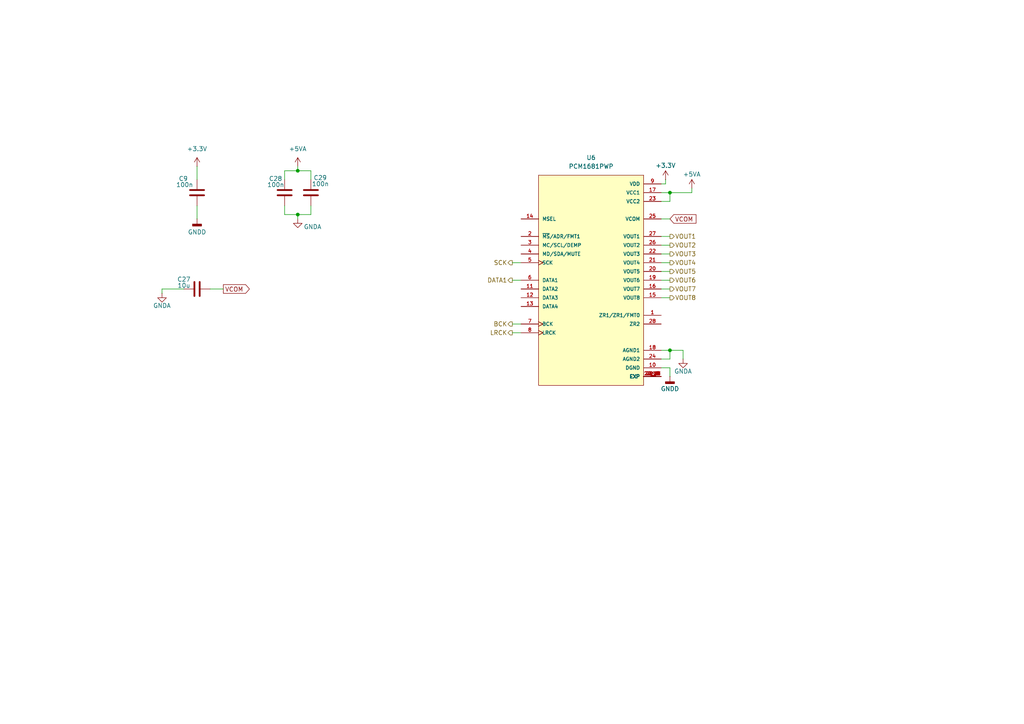
<source format=kicad_sch>
(kicad_sch
	(version 20250114)
	(generator "eeschema")
	(generator_version "9.0")
	(uuid "36c9cadd-c5b1-4d20-8318-386ea53647fa")
	(paper "A4")
	(title_block
		(title "SP")
		(rev "v1")
		(company "Jakub Raimr")
	)
	(lib_symbols
		(symbol "Device:C"
			(pin_numbers
				(hide yes)
			)
			(pin_names
				(offset 0.254)
			)
			(exclude_from_sim no)
			(in_bom yes)
			(on_board yes)
			(property "Reference" "C"
				(at 0.635 2.54 0)
				(effects
					(font
						(size 1.27 1.27)
					)
					(justify left)
				)
			)
			(property "Value" "C"
				(at 0.635 -2.54 0)
				(effects
					(font
						(size 1.27 1.27)
					)
					(justify left)
				)
			)
			(property "Footprint" ""
				(at 0.9652 -3.81 0)
				(effects
					(font
						(size 1.27 1.27)
					)
					(hide yes)
				)
			)
			(property "Datasheet" "~"
				(at 0 0 0)
				(effects
					(font
						(size 1.27 1.27)
					)
					(hide yes)
				)
			)
			(property "Description" "Unpolarized capacitor"
				(at 0 0 0)
				(effects
					(font
						(size 1.27 1.27)
					)
					(hide yes)
				)
			)
			(property "ki_keywords" "cap capacitor"
				(at 0 0 0)
				(effects
					(font
						(size 1.27 1.27)
					)
					(hide yes)
				)
			)
			(property "ki_fp_filters" "C_*"
				(at 0 0 0)
				(effects
					(font
						(size 1.27 1.27)
					)
					(hide yes)
				)
			)
			(symbol "C_0_1"
				(polyline
					(pts
						(xy -2.032 0.762) (xy 2.032 0.762)
					)
					(stroke
						(width 0.508)
						(type default)
					)
					(fill
						(type none)
					)
				)
				(polyline
					(pts
						(xy -2.032 -0.762) (xy 2.032 -0.762)
					)
					(stroke
						(width 0.508)
						(type default)
					)
					(fill
						(type none)
					)
				)
			)
			(symbol "C_1_1"
				(pin passive line
					(at 0 3.81 270)
					(length 2.794)
					(name "~"
						(effects
							(font
								(size 1.27 1.27)
							)
						)
					)
					(number "1"
						(effects
							(font
								(size 1.27 1.27)
							)
						)
					)
				)
				(pin passive line
					(at 0 -3.81 90)
					(length 2.794)
					(name "~"
						(effects
							(font
								(size 1.27 1.27)
							)
						)
					)
					(number "2"
						(effects
							(font
								(size 1.27 1.27)
							)
						)
					)
				)
			)
			(embedded_fonts no)
		)
		(symbol "PCM1681PWP:PCM1681PWP"
			(pin_names
				(offset 1.016)
			)
			(exclude_from_sim no)
			(in_bom yes)
			(on_board yes)
			(property "Reference" "U"
				(at -15.24 33.02 0)
				(effects
					(font
						(size 1.27 1.27)
					)
					(justify left bottom)
				)
			)
			(property "Value" "PCM1681PWP"
				(at -15.24 -35.56 0)
				(effects
					(font
						(size 1.27 1.27)
					)
					(justify left bottom)
				)
			)
			(property "Footprint" "PCM1681PWP:SOP65P640X120-29N"
				(at 0 0 0)
				(effects
					(font
						(size 1.27 1.27)
					)
					(justify bottom)
					(hide yes)
				)
			)
			(property "Datasheet" ""
				(at 0 0 0)
				(effects
					(font
						(size 1.27 1.27)
					)
					(hide yes)
				)
			)
			(property "Description" ""
				(at 0 0 0)
				(effects
					(font
						(size 1.27 1.27)
					)
					(hide yes)
				)
			)
			(property "L1_NOM" ""
				(at 0 0 0)
				(effects
					(font
						(size 1.27 1.27)
					)
					(justify bottom)
					(hide yes)
				)
			)
			(property "SNAPEDA_PACKAGE_ID" ""
				(at 0 0 0)
				(effects
					(font
						(size 1.27 1.27)
					)
					(justify bottom)
					(hide yes)
				)
			)
			(property "B_NOM" "0.245"
				(at 0 0 0)
				(effects
					(font
						(size 1.27 1.27)
					)
					(justify bottom)
					(hide yes)
				)
			)
			(property "EMAX" ""
				(at 0 0 0)
				(effects
					(font
						(size 1.27 1.27)
					)
					(justify bottom)
					(hide yes)
				)
			)
			(property "VACANCIES" ""
				(at 0 0 0)
				(effects
					(font
						(size 1.27 1.27)
					)
					(justify bottom)
					(hide yes)
				)
			)
			(property "PACKAGE_TYPE" ""
				(at 0 0 0)
				(effects
					(font
						(size 1.27 1.27)
					)
					(justify bottom)
					(hide yes)
				)
			)
			(property "D1_NOM" ""
				(at 0 0 0)
				(effects
					(font
						(size 1.27 1.27)
					)
					(justify bottom)
					(hide yes)
				)
			)
			(property "E1_NOM" "4.4"
				(at 0 0 0)
				(effects
					(font
						(size 1.27 1.27)
					)
					(justify bottom)
					(hide yes)
				)
			)
			(property "E2_MAX" "3.77"
				(at 0 0 0)
				(effects
					(font
						(size 1.27 1.27)
					)
					(justify bottom)
					(hide yes)
				)
			)
			(property "B_MIN" "0.19"
				(at 0 0 0)
				(effects
					(font
						(size 1.27 1.27)
					)
					(justify bottom)
					(hide yes)
				)
			)
			(property "E1_MIN" "4.3"
				(at 0 0 0)
				(effects
					(font
						(size 1.27 1.27)
					)
					(justify bottom)
					(hide yes)
				)
			)
			(property "DigiKey_Part_Number" "296-23129-5-ND"
				(at 0 0 0)
				(effects
					(font
						(size 1.27 1.27)
					)
					(justify bottom)
					(hide yes)
				)
			)
			(property "L1_MIN" ""
				(at 0 0 0)
				(effects
					(font
						(size 1.27 1.27)
					)
					(justify bottom)
					(hide yes)
				)
			)
			(property "B_MAX" "0.3"
				(at 0 0 0)
				(effects
					(font
						(size 1.27 1.27)
					)
					(justify bottom)
					(hide yes)
				)
			)
			(property "Description_1" "105dB SNR 8-Channel Audio DAC with TDM Mode"
				(at 0 0 0)
				(effects
					(font
						(size 1.27 1.27)
					)
					(justify bottom)
					(hide yes)
				)
			)
			(property "EMIN" ""
				(at 0 0 0)
				(effects
					(font
						(size 1.27 1.27)
					)
					(justify bottom)
					(hide yes)
				)
			)
			(property "D2_MAX" "9.7"
				(at 0 0 0)
				(effects
					(font
						(size 1.27 1.27)
					)
					(justify bottom)
					(hide yes)
				)
			)
			(property "ENOM" "0.65"
				(at 0 0 0)
				(effects
					(font
						(size 1.27 1.27)
					)
					(justify bottom)
					(hide yes)
				)
			)
			(property "D_NOM" "9.7"
				(at 0 0 0)
				(effects
					(font
						(size 1.27 1.27)
					)
					(justify bottom)
					(hide yes)
				)
			)
			(property "D_MAX" "9.8"
				(at 0 0 0)
				(effects
					(font
						(size 1.27 1.27)
					)
					(justify bottom)
					(hide yes)
				)
			)
			(property "L_MAX" "0.75"
				(at 0 0 0)
				(effects
					(font
						(size 1.27 1.27)
					)
					(justify bottom)
					(hide yes)
				)
			)
			(property "A_MAX" "1.2"
				(at 0 0 0)
				(effects
					(font
						(size 1.27 1.27)
					)
					(justify bottom)
					(hide yes)
				)
			)
			(property "D1_MAX" ""
				(at 0 0 0)
				(effects
					(font
						(size 1.27 1.27)
					)
					(justify bottom)
					(hide yes)
				)
			)
			(property "Package" "HTSSOP-28 Texas Instruments"
				(at 0 0 0)
				(effects
					(font
						(size 1.27 1.27)
					)
					(justify bottom)
					(hide yes)
				)
			)
			(property "L1_MAX" ""
				(at 0 0 0)
				(effects
					(font
						(size 1.27 1.27)
					)
					(justify bottom)
					(hide yes)
				)
			)
			(property "D1_MIN" ""
				(at 0 0 0)
				(effects
					(font
						(size 1.27 1.27)
					)
					(justify bottom)
					(hide yes)
				)
			)
			(property "A_NOM" "1.2"
				(at 0 0 0)
				(effects
					(font
						(size 1.27 1.27)
					)
					(justify bottom)
					(hide yes)
				)
			)
			(property "Check_prices" "https://www.snapeda.com/parts/PCM1681PWP/Texas+Instruments/view-part/?ref=eda"
				(at 0 0 0)
				(effects
					(font
						(size 1.27 1.27)
					)
					(justify bottom)
					(hide yes)
				)
			)
			(property "A_MIN" "1.2"
				(at 0 0 0)
				(effects
					(font
						(size 1.27 1.27)
					)
					(justify bottom)
					(hide yes)
				)
			)
			(property "STANDARD" "IPC 7351B"
				(at 0 0 0)
				(effects
					(font
						(size 1.27 1.27)
					)
					(justify bottom)
					(hide yes)
				)
			)
			(property "PARTREV" "C"
				(at 0 0 0)
				(effects
					(font
						(size 1.27 1.27)
					)
					(justify bottom)
					(hide yes)
				)
			)
			(property "DNOM" ""
				(at 0 0 0)
				(effects
					(font
						(size 1.27 1.27)
					)
					(justify bottom)
					(hide yes)
				)
			)
			(property "MF" "Texas Instruments"
				(at 0 0 0)
				(effects
					(font
						(size 1.27 1.27)
					)
					(justify bottom)
					(hide yes)
				)
			)
			(property "DMIN" ""
				(at 0 0 0)
				(effects
					(font
						(size 1.27 1.27)
					)
					(justify bottom)
					(hide yes)
				)
			)
			(property "E_NOM" "6.4"
				(at 0 0 0)
				(effects
					(font
						(size 1.27 1.27)
					)
					(justify bottom)
					(hide yes)
				)
			)
			(property "DMAX" ""
				(at 0 0 0)
				(effects
					(font
						(size 1.27 1.27)
					)
					(justify bottom)
					(hide yes)
				)
			)
			(property "PIN_COUNT" "28.0"
				(at 0 0 0)
				(effects
					(font
						(size 1.27 1.27)
					)
					(justify bottom)
					(hide yes)
				)
			)
			(property "L_NOM" "0.625"
				(at 0 0 0)
				(effects
					(font
						(size 1.27 1.27)
					)
					(justify bottom)
					(hide yes)
				)
			)
			(property "MANUFACTURER" "Texas Instruments"
				(at 0 0 0)
				(effects
					(font
						(size 1.27 1.27)
					)
					(justify bottom)
					(hide yes)
				)
			)
			(property "SnapEDA_Link" "https://www.snapeda.com/parts/PCM1681PWP/Texas+Instruments/view-part/?ref=snap"
				(at 0 0 0)
				(effects
					(font
						(size 1.27 1.27)
					)
					(justify bottom)
					(hide yes)
				)
			)
			(property "MAXIMUM_PACKAGE_HEIGHT" "1.2mm"
				(at 0 0 0)
				(effects
					(font
						(size 1.27 1.27)
					)
					(justify bottom)
					(hide yes)
				)
			)
			(property "A1_MIN" "0.05"
				(at 0 0 0)
				(effects
					(font
						(size 1.27 1.27)
					)
					(justify bottom)
					(hide yes)
				)
			)
			(property "E1_MAX" "4.5"
				(at 0 0 0)
				(effects
					(font
						(size 1.27 1.27)
					)
					(justify bottom)
					(hide yes)
				)
			)
			(property "E_MIN" "6.2"
				(at 0 0 0)
				(effects
					(font
						(size 1.27 1.27)
					)
					(justify bottom)
					(hide yes)
				)
			)
			(property "D_MIN" "9.6"
				(at 0 0 0)
				(effects
					(font
						(size 1.27 1.27)
					)
					(justify bottom)
					(hide yes)
				)
			)
			(property "MP" "PCM1681PWP"
				(at 0 0 0)
				(effects
					(font
						(size 1.27 1.27)
					)
					(justify bottom)
					(hide yes)
				)
			)
			(property "PINS" ""
				(at 0 0 0)
				(effects
					(font
						(size 1.27 1.27)
					)
					(justify bottom)
					(hide yes)
				)
			)
			(property "L_MIN" "0.5"
				(at 0 0 0)
				(effects
					(font
						(size 1.27 1.27)
					)
					(justify bottom)
					(hide yes)
				)
			)
			(property "E_MAX" "6.6"
				(at 0 0 0)
				(effects
					(font
						(size 1.27 1.27)
					)
					(justify bottom)
					(hide yes)
				)
			)
			(symbol "PCM1681PWP_0_0"
				(rectangle
					(start -15.24 -30.48)
					(end 15.24 30.48)
					(stroke
						(width 0.1524)
						(type default)
					)
					(fill
						(type background)
					)
				)
				(pin input line
					(at -20.32 17.78 0)
					(length 5.08)
					(name "MSEL"
						(effects
							(font
								(size 1.016 1.016)
							)
						)
					)
					(number "14"
						(effects
							(font
								(size 1.016 1.016)
							)
						)
					)
				)
				(pin input line
					(at -20.32 12.7 0)
					(length 5.08)
					(name "~{MS}/ADR/FMT1"
						(effects
							(font
								(size 1.016 1.016)
							)
						)
					)
					(number "2"
						(effects
							(font
								(size 1.016 1.016)
							)
						)
					)
				)
				(pin input line
					(at -20.32 10.16 0)
					(length 5.08)
					(name "MC/SCL/DEMP"
						(effects
							(font
								(size 1.016 1.016)
							)
						)
					)
					(number "3"
						(effects
							(font
								(size 1.016 1.016)
							)
						)
					)
				)
				(pin bidirectional line
					(at -20.32 7.62 0)
					(length 5.08)
					(name "MD/SDA/MUTE"
						(effects
							(font
								(size 1.016 1.016)
							)
						)
					)
					(number "4"
						(effects
							(font
								(size 1.016 1.016)
							)
						)
					)
				)
				(pin input clock
					(at -20.32 5.08 0)
					(length 5.08)
					(name "SCK"
						(effects
							(font
								(size 1.016 1.016)
							)
						)
					)
					(number "5"
						(effects
							(font
								(size 1.016 1.016)
							)
						)
					)
				)
				(pin input line
					(at -20.32 0 0)
					(length 5.08)
					(name "DATA1"
						(effects
							(font
								(size 1.016 1.016)
							)
						)
					)
					(number "6"
						(effects
							(font
								(size 1.016 1.016)
							)
						)
					)
				)
				(pin input line
					(at -20.32 -2.54 0)
					(length 5.08)
					(name "DATA2"
						(effects
							(font
								(size 1.016 1.016)
							)
						)
					)
					(number "11"
						(effects
							(font
								(size 1.016 1.016)
							)
						)
					)
				)
				(pin input line
					(at -20.32 -5.08 0)
					(length 5.08)
					(name "DATA3"
						(effects
							(font
								(size 1.016 1.016)
							)
						)
					)
					(number "12"
						(effects
							(font
								(size 1.016 1.016)
							)
						)
					)
				)
				(pin input line
					(at -20.32 -7.62 0)
					(length 5.08)
					(name "DATA4"
						(effects
							(font
								(size 1.016 1.016)
							)
						)
					)
					(number "13"
						(effects
							(font
								(size 1.016 1.016)
							)
						)
					)
				)
				(pin input clock
					(at -20.32 -12.7 0)
					(length 5.08)
					(name "BCK"
						(effects
							(font
								(size 1.016 1.016)
							)
						)
					)
					(number "7"
						(effects
							(font
								(size 1.016 1.016)
							)
						)
					)
				)
				(pin input clock
					(at -20.32 -15.24 0)
					(length 5.08)
					(name "LRCK"
						(effects
							(font
								(size 1.016 1.016)
							)
						)
					)
					(number "8"
						(effects
							(font
								(size 1.016 1.016)
							)
						)
					)
				)
				(pin power_in line
					(at 20.32 27.94 180)
					(length 5.08)
					(name "VDD"
						(effects
							(font
								(size 1.016 1.016)
							)
						)
					)
					(number "9"
						(effects
							(font
								(size 1.016 1.016)
							)
						)
					)
				)
				(pin power_in line
					(at 20.32 25.4 180)
					(length 5.08)
					(name "VCC1"
						(effects
							(font
								(size 1.016 1.016)
							)
						)
					)
					(number "17"
						(effects
							(font
								(size 1.016 1.016)
							)
						)
					)
				)
				(pin power_in line
					(at 20.32 22.86 180)
					(length 5.08)
					(name "VCC2"
						(effects
							(font
								(size 1.016 1.016)
							)
						)
					)
					(number "23"
						(effects
							(font
								(size 1.016 1.016)
							)
						)
					)
				)
				(pin output line
					(at 20.32 17.78 180)
					(length 5.08)
					(name "VCOM"
						(effects
							(font
								(size 1.016 1.016)
							)
						)
					)
					(number "25"
						(effects
							(font
								(size 1.016 1.016)
							)
						)
					)
				)
				(pin output line
					(at 20.32 12.7 180)
					(length 5.08)
					(name "VOUT1"
						(effects
							(font
								(size 1.016 1.016)
							)
						)
					)
					(number "27"
						(effects
							(font
								(size 1.016 1.016)
							)
						)
					)
				)
				(pin output line
					(at 20.32 10.16 180)
					(length 5.08)
					(name "VOUT2"
						(effects
							(font
								(size 1.016 1.016)
							)
						)
					)
					(number "26"
						(effects
							(font
								(size 1.016 1.016)
							)
						)
					)
				)
				(pin output line
					(at 20.32 7.62 180)
					(length 5.08)
					(name "VOUT3"
						(effects
							(font
								(size 1.016 1.016)
							)
						)
					)
					(number "22"
						(effects
							(font
								(size 1.016 1.016)
							)
						)
					)
				)
				(pin output line
					(at 20.32 5.08 180)
					(length 5.08)
					(name "VOUT4"
						(effects
							(font
								(size 1.016 1.016)
							)
						)
					)
					(number "21"
						(effects
							(font
								(size 1.016 1.016)
							)
						)
					)
				)
				(pin output line
					(at 20.32 2.54 180)
					(length 5.08)
					(name "VOUT5"
						(effects
							(font
								(size 1.016 1.016)
							)
						)
					)
					(number "20"
						(effects
							(font
								(size 1.016 1.016)
							)
						)
					)
				)
				(pin output line
					(at 20.32 0 180)
					(length 5.08)
					(name "VOUT6"
						(effects
							(font
								(size 1.016 1.016)
							)
						)
					)
					(number "19"
						(effects
							(font
								(size 1.016 1.016)
							)
						)
					)
				)
				(pin output line
					(at 20.32 -2.54 180)
					(length 5.08)
					(name "VOUT7"
						(effects
							(font
								(size 1.016 1.016)
							)
						)
					)
					(number "16"
						(effects
							(font
								(size 1.016 1.016)
							)
						)
					)
				)
				(pin output line
					(at 20.32 -5.08 180)
					(length 5.08)
					(name "VOUT8"
						(effects
							(font
								(size 1.016 1.016)
							)
						)
					)
					(number "15"
						(effects
							(font
								(size 1.016 1.016)
							)
						)
					)
				)
				(pin bidirectional line
					(at 20.32 -10.16 180)
					(length 5.08)
					(name "ZR1/ZR1/FMT0"
						(effects
							(font
								(size 1.016 1.016)
							)
						)
					)
					(number "1"
						(effects
							(font
								(size 1.016 1.016)
							)
						)
					)
				)
				(pin output line
					(at 20.32 -12.7 180)
					(length 5.08)
					(name "ZR2"
						(effects
							(font
								(size 1.016 1.016)
							)
						)
					)
					(number "28"
						(effects
							(font
								(size 1.016 1.016)
							)
						)
					)
				)
				(pin power_in line
					(at 20.32 -20.32 180)
					(length 5.08)
					(name "AGND1"
						(effects
							(font
								(size 1.016 1.016)
							)
						)
					)
					(number "18"
						(effects
							(font
								(size 1.016 1.016)
							)
						)
					)
				)
				(pin power_in line
					(at 20.32 -22.86 180)
					(length 5.08)
					(name "AGND2"
						(effects
							(font
								(size 1.016 1.016)
							)
						)
					)
					(number "24"
						(effects
							(font
								(size 1.016 1.016)
							)
						)
					)
				)
				(pin power_in line
					(at 20.32 -25.4 180)
					(length 5.08)
					(name "DGND"
						(effects
							(font
								(size 1.016 1.016)
							)
						)
					)
					(number "10"
						(effects
							(font
								(size 1.016 1.016)
							)
						)
					)
				)
				(pin power_in line
					(at 20.32 -27.94 180)
					(length 5.08)
					(name "EXP"
						(effects
							(font
								(size 1.016 1.016)
							)
						)
					)
					(number "29"
						(effects
							(font
								(size 1.016 1.016)
							)
						)
					)
				)
				(pin power_in line
					(at 20.32 -27.94 180)
					(length 5.08)
					(name "EXP"
						(effects
							(font
								(size 1.016 1.016)
							)
						)
					)
					(number "29_1"
						(effects
							(font
								(size 1.016 1.016)
							)
						)
					)
				)
				(pin power_in line
					(at 20.32 -27.94 180)
					(length 5.08)
					(name "EXP"
						(effects
							(font
								(size 1.016 1.016)
							)
						)
					)
					(number "29_10"
						(effects
							(font
								(size 1.016 1.016)
							)
						)
					)
				)
				(pin power_in line
					(at 20.32 -27.94 180)
					(length 5.08)
					(name "EXP"
						(effects
							(font
								(size 1.016 1.016)
							)
						)
					)
					(number "29_11"
						(effects
							(font
								(size 1.016 1.016)
							)
						)
					)
				)
				(pin power_in line
					(at 20.32 -27.94 180)
					(length 5.08)
					(name "EXP"
						(effects
							(font
								(size 1.016 1.016)
							)
						)
					)
					(number "29_12"
						(effects
							(font
								(size 1.016 1.016)
							)
						)
					)
				)
				(pin power_in line
					(at 20.32 -27.94 180)
					(length 5.08)
					(name "EXP"
						(effects
							(font
								(size 1.016 1.016)
							)
						)
					)
					(number "29_13"
						(effects
							(font
								(size 1.016 1.016)
							)
						)
					)
				)
				(pin power_in line
					(at 20.32 -27.94 180)
					(length 5.08)
					(name "EXP"
						(effects
							(font
								(size 1.016 1.016)
							)
						)
					)
					(number "29_14"
						(effects
							(font
								(size 1.016 1.016)
							)
						)
					)
				)
				(pin power_in line
					(at 20.32 -27.94 180)
					(length 5.08)
					(name "EXP"
						(effects
							(font
								(size 1.016 1.016)
							)
						)
					)
					(number "29_15"
						(effects
							(font
								(size 1.016 1.016)
							)
						)
					)
				)
				(pin power_in line
					(at 20.32 -27.94 180)
					(length 5.08)
					(name "EXP"
						(effects
							(font
								(size 1.016 1.016)
							)
						)
					)
					(number "29_16"
						(effects
							(font
								(size 1.016 1.016)
							)
						)
					)
				)
				(pin power_in line
					(at 20.32 -27.94 180)
					(length 5.08)
					(name "EXP"
						(effects
							(font
								(size 1.016 1.016)
							)
						)
					)
					(number "29_17"
						(effects
							(font
								(size 1.016 1.016)
							)
						)
					)
				)
				(pin power_in line
					(at 20.32 -27.94 180)
					(length 5.08)
					(name "EXP"
						(effects
							(font
								(size 1.016 1.016)
							)
						)
					)
					(number "29_18"
						(effects
							(font
								(size 1.016 1.016)
							)
						)
					)
				)
				(pin power_in line
					(at 20.32 -27.94 180)
					(length 5.08)
					(name "EXP"
						(effects
							(font
								(size 1.016 1.016)
							)
						)
					)
					(number "29_19"
						(effects
							(font
								(size 1.016 1.016)
							)
						)
					)
				)
				(pin power_in line
					(at 20.32 -27.94 180)
					(length 5.08)
					(name "EXP"
						(effects
							(font
								(size 1.016 1.016)
							)
						)
					)
					(number "29_2"
						(effects
							(font
								(size 1.016 1.016)
							)
						)
					)
				)
				(pin power_in line
					(at 20.32 -27.94 180)
					(length 5.08)
					(name "EXP"
						(effects
							(font
								(size 1.016 1.016)
							)
						)
					)
					(number "29_20"
						(effects
							(font
								(size 1.016 1.016)
							)
						)
					)
				)
				(pin power_in line
					(at 20.32 -27.94 180)
					(length 5.08)
					(name "EXP"
						(effects
							(font
								(size 1.016 1.016)
							)
						)
					)
					(number "29_21"
						(effects
							(font
								(size 1.016 1.016)
							)
						)
					)
				)
				(pin power_in line
					(at 20.32 -27.94 180)
					(length 5.08)
					(name "EXP"
						(effects
							(font
								(size 1.016 1.016)
							)
						)
					)
					(number "29_3"
						(effects
							(font
								(size 1.016 1.016)
							)
						)
					)
				)
				(pin power_in line
					(at 20.32 -27.94 180)
					(length 5.08)
					(name "EXP"
						(effects
							(font
								(size 1.016 1.016)
							)
						)
					)
					(number "29_4"
						(effects
							(font
								(size 1.016 1.016)
							)
						)
					)
				)
				(pin power_in line
					(at 20.32 -27.94 180)
					(length 5.08)
					(name "EXP"
						(effects
							(font
								(size 1.016 1.016)
							)
						)
					)
					(number "29_5"
						(effects
							(font
								(size 1.016 1.016)
							)
						)
					)
				)
				(pin power_in line
					(at 20.32 -27.94 180)
					(length 5.08)
					(name "EXP"
						(effects
							(font
								(size 1.016 1.016)
							)
						)
					)
					(number "29_6"
						(effects
							(font
								(size 1.016 1.016)
							)
						)
					)
				)
				(pin power_in line
					(at 20.32 -27.94 180)
					(length 5.08)
					(name "EXP"
						(effects
							(font
								(size 1.016 1.016)
							)
						)
					)
					(number "29_7"
						(effects
							(font
								(size 1.016 1.016)
							)
						)
					)
				)
				(pin power_in line
					(at 20.32 -27.94 180)
					(length 5.08)
					(name "EXP"
						(effects
							(font
								(size 1.016 1.016)
							)
						)
					)
					(number "29_8"
						(effects
							(font
								(size 1.016 1.016)
							)
						)
					)
				)
				(pin power_in line
					(at 20.32 -27.94 180)
					(length 5.08)
					(name "EXP"
						(effects
							(font
								(size 1.016 1.016)
							)
						)
					)
					(number "29_9"
						(effects
							(font
								(size 1.016 1.016)
							)
						)
					)
				)
			)
			(embedded_fonts no)
		)
		(symbol "power:+3.3V"
			(power)
			(pin_numbers
				(hide yes)
			)
			(pin_names
				(offset 0)
				(hide yes)
			)
			(exclude_from_sim no)
			(in_bom yes)
			(on_board yes)
			(property "Reference" "#PWR"
				(at 0 -3.81 0)
				(effects
					(font
						(size 1.27 1.27)
					)
					(hide yes)
				)
			)
			(property "Value" "+3.3V"
				(at 0 3.556 0)
				(effects
					(font
						(size 1.27 1.27)
					)
				)
			)
			(property "Footprint" ""
				(at 0 0 0)
				(effects
					(font
						(size 1.27 1.27)
					)
					(hide yes)
				)
			)
			(property "Datasheet" ""
				(at 0 0 0)
				(effects
					(font
						(size 1.27 1.27)
					)
					(hide yes)
				)
			)
			(property "Description" "Power symbol creates a global label with name \"+3.3V\""
				(at 0 0 0)
				(effects
					(font
						(size 1.27 1.27)
					)
					(hide yes)
				)
			)
			(property "ki_keywords" "global power"
				(at 0 0 0)
				(effects
					(font
						(size 1.27 1.27)
					)
					(hide yes)
				)
			)
			(symbol "+3.3V_0_1"
				(polyline
					(pts
						(xy -0.762 1.27) (xy 0 2.54)
					)
					(stroke
						(width 0)
						(type default)
					)
					(fill
						(type none)
					)
				)
				(polyline
					(pts
						(xy 0 2.54) (xy 0.762 1.27)
					)
					(stroke
						(width 0)
						(type default)
					)
					(fill
						(type none)
					)
				)
				(polyline
					(pts
						(xy 0 0) (xy 0 2.54)
					)
					(stroke
						(width 0)
						(type default)
					)
					(fill
						(type none)
					)
				)
			)
			(symbol "+3.3V_1_1"
				(pin power_in line
					(at 0 0 90)
					(length 0)
					(name "~"
						(effects
							(font
								(size 1.27 1.27)
							)
						)
					)
					(number "1"
						(effects
							(font
								(size 1.27 1.27)
							)
						)
					)
				)
			)
			(embedded_fonts no)
		)
		(symbol "power:+5VA"
			(power)
			(pin_numbers
				(hide yes)
			)
			(pin_names
				(offset 0)
				(hide yes)
			)
			(exclude_from_sim no)
			(in_bom yes)
			(on_board yes)
			(property "Reference" "#PWR"
				(at 0 -3.81 0)
				(effects
					(font
						(size 1.27 1.27)
					)
					(hide yes)
				)
			)
			(property "Value" "+5VA"
				(at 0 3.556 0)
				(effects
					(font
						(size 1.27 1.27)
					)
				)
			)
			(property "Footprint" ""
				(at 0 0 0)
				(effects
					(font
						(size 1.27 1.27)
					)
					(hide yes)
				)
			)
			(property "Datasheet" ""
				(at 0 0 0)
				(effects
					(font
						(size 1.27 1.27)
					)
					(hide yes)
				)
			)
			(property "Description" "Power symbol creates a global label with name \"+5VA\""
				(at 0 0 0)
				(effects
					(font
						(size 1.27 1.27)
					)
					(hide yes)
				)
			)
			(property "ki_keywords" "global power"
				(at 0 0 0)
				(effects
					(font
						(size 1.27 1.27)
					)
					(hide yes)
				)
			)
			(symbol "+5VA_0_1"
				(polyline
					(pts
						(xy -0.762 1.27) (xy 0 2.54)
					)
					(stroke
						(width 0)
						(type default)
					)
					(fill
						(type none)
					)
				)
				(polyline
					(pts
						(xy 0 2.54) (xy 0.762 1.27)
					)
					(stroke
						(width 0)
						(type default)
					)
					(fill
						(type none)
					)
				)
				(polyline
					(pts
						(xy 0 0) (xy 0 2.54)
					)
					(stroke
						(width 0)
						(type default)
					)
					(fill
						(type none)
					)
				)
			)
			(symbol "+5VA_1_1"
				(pin power_in line
					(at 0 0 90)
					(length 0)
					(name "~"
						(effects
							(font
								(size 1.27 1.27)
							)
						)
					)
					(number "1"
						(effects
							(font
								(size 1.27 1.27)
							)
						)
					)
				)
			)
			(embedded_fonts no)
		)
		(symbol "power:GNDA"
			(power)
			(pin_numbers
				(hide yes)
			)
			(pin_names
				(offset 0)
				(hide yes)
			)
			(exclude_from_sim no)
			(in_bom yes)
			(on_board yes)
			(property "Reference" "#PWR"
				(at 0 -6.35 0)
				(effects
					(font
						(size 1.27 1.27)
					)
					(hide yes)
				)
			)
			(property "Value" "GNDA"
				(at 0 -3.81 0)
				(effects
					(font
						(size 1.27 1.27)
					)
				)
			)
			(property "Footprint" ""
				(at 0 0 0)
				(effects
					(font
						(size 1.27 1.27)
					)
					(hide yes)
				)
			)
			(property "Datasheet" ""
				(at 0 0 0)
				(effects
					(font
						(size 1.27 1.27)
					)
					(hide yes)
				)
			)
			(property "Description" "Power symbol creates a global label with name \"GNDA\" , analog ground"
				(at 0 0 0)
				(effects
					(font
						(size 1.27 1.27)
					)
					(hide yes)
				)
			)
			(property "ki_keywords" "global power"
				(at 0 0 0)
				(effects
					(font
						(size 1.27 1.27)
					)
					(hide yes)
				)
			)
			(symbol "GNDA_0_1"
				(polyline
					(pts
						(xy 0 0) (xy 0 -1.27) (xy 1.27 -1.27) (xy 0 -2.54) (xy -1.27 -1.27) (xy 0 -1.27)
					)
					(stroke
						(width 0)
						(type default)
					)
					(fill
						(type none)
					)
				)
			)
			(symbol "GNDA_1_1"
				(pin power_in line
					(at 0 0 270)
					(length 0)
					(name "~"
						(effects
							(font
								(size 1.27 1.27)
							)
						)
					)
					(number "1"
						(effects
							(font
								(size 1.27 1.27)
							)
						)
					)
				)
			)
			(embedded_fonts no)
		)
		(symbol "power:GNDD"
			(power)
			(pin_numbers
				(hide yes)
			)
			(pin_names
				(offset 0)
				(hide yes)
			)
			(exclude_from_sim no)
			(in_bom yes)
			(on_board yes)
			(property "Reference" "#PWR"
				(at 0 -6.35 0)
				(effects
					(font
						(size 1.27 1.27)
					)
					(hide yes)
				)
			)
			(property "Value" "GNDD"
				(at 0 -3.175 0)
				(effects
					(font
						(size 1.27 1.27)
					)
				)
			)
			(property "Footprint" ""
				(at 0 0 0)
				(effects
					(font
						(size 1.27 1.27)
					)
					(hide yes)
				)
			)
			(property "Datasheet" ""
				(at 0 0 0)
				(effects
					(font
						(size 1.27 1.27)
					)
					(hide yes)
				)
			)
			(property "Description" "Power symbol creates a global label with name \"GNDD\" , digital ground"
				(at 0 0 0)
				(effects
					(font
						(size 1.27 1.27)
					)
					(hide yes)
				)
			)
			(property "ki_keywords" "global power"
				(at 0 0 0)
				(effects
					(font
						(size 1.27 1.27)
					)
					(hide yes)
				)
			)
			(symbol "GNDD_0_1"
				(rectangle
					(start -1.27 -1.524)
					(end 1.27 -2.032)
					(stroke
						(width 0.254)
						(type default)
					)
					(fill
						(type outline)
					)
				)
				(polyline
					(pts
						(xy 0 0) (xy 0 -1.524)
					)
					(stroke
						(width 0)
						(type default)
					)
					(fill
						(type none)
					)
				)
			)
			(symbol "GNDD_1_1"
				(pin power_in line
					(at 0 0 270)
					(length 0)
					(name "~"
						(effects
							(font
								(size 1.27 1.27)
							)
						)
					)
					(number "1"
						(effects
							(font
								(size 1.27 1.27)
							)
						)
					)
				)
			)
			(embedded_fonts no)
		)
	)
	(junction
		(at 86.36 62.23)
		(diameter 0)
		(color 0 0 0 0)
		(uuid "a0018d29-1bd1-4d7f-84b8-3ee2c9ca2144")
	)
	(junction
		(at 194.31 101.6)
		(diameter 0)
		(color 0 0 0 0)
		(uuid "d7dc4d3f-8a21-4c28-8938-f7043abee56c")
	)
	(junction
		(at 86.36 49.53)
		(diameter 0)
		(color 0 0 0 0)
		(uuid "e3e27897-8d28-4b13-9e53-20334ab50d06")
	)
	(junction
		(at 194.31 55.88)
		(diameter 0)
		(color 0 0 0 0)
		(uuid "e8177a71-bf13-434a-ad01-1d21a4b4ec2f")
	)
	(wire
		(pts
			(xy 191.77 76.2) (xy 194.31 76.2)
		)
		(stroke
			(width 0)
			(type default)
		)
		(uuid "03b45a45-d0b8-4a01-8292-401d7cda9716")
	)
	(wire
		(pts
			(xy 191.77 63.5) (xy 194.31 63.5)
		)
		(stroke
			(width 0)
			(type default)
		)
		(uuid "06b65b2d-f00b-4fa8-9235-aa7a2ae93cc0")
	)
	(wire
		(pts
			(xy 191.77 81.28) (xy 194.31 81.28)
		)
		(stroke
			(width 0)
			(type default)
		)
		(uuid "06fac9d9-282a-4108-8de4-25dce70476e4")
	)
	(wire
		(pts
			(xy 198.12 101.6) (xy 198.12 104.14)
		)
		(stroke
			(width 0)
			(type default)
		)
		(uuid "0884e017-9dae-4979-8461-0f953362c35e")
	)
	(wire
		(pts
			(xy 82.55 49.53) (xy 82.55 52.07)
		)
		(stroke
			(width 0)
			(type default)
		)
		(uuid "17cceb5f-e5a7-4e5a-a71d-f6aa4f2b19fd")
	)
	(wire
		(pts
			(xy 86.36 62.23) (xy 86.36 63.5)
		)
		(stroke
			(width 0)
			(type default)
		)
		(uuid "17feb11b-e74c-4969-bf1e-67b06aff5ced")
	)
	(wire
		(pts
			(xy 191.77 71.12) (xy 194.31 71.12)
		)
		(stroke
			(width 0)
			(type default)
		)
		(uuid "1b49559f-0721-4e0e-85d3-24922b2a935a")
	)
	(wire
		(pts
			(xy 194.31 101.6) (xy 198.12 101.6)
		)
		(stroke
			(width 0)
			(type default)
		)
		(uuid "21051d77-d60f-48c7-87ba-99b29e271c9a")
	)
	(wire
		(pts
			(xy 191.77 101.6) (xy 194.31 101.6)
		)
		(stroke
			(width 0)
			(type default)
		)
		(uuid "2aef2422-d705-4b1c-99aa-757ae1be077f")
	)
	(wire
		(pts
			(xy 60.96 83.82) (xy 64.77 83.82)
		)
		(stroke
			(width 0)
			(type default)
		)
		(uuid "2b21d4fc-ff8b-4a9b-807d-e2d8eedeb1bb")
	)
	(wire
		(pts
			(xy 194.31 55.88) (xy 200.66 55.88)
		)
		(stroke
			(width 0)
			(type default)
		)
		(uuid "325eea3a-9c3a-431d-bc51-dcc1713412d5")
	)
	(wire
		(pts
			(xy 46.99 83.82) (xy 53.34 83.82)
		)
		(stroke
			(width 0)
			(type default)
		)
		(uuid "369f0be3-9cf8-4a00-a27c-1cf8e207e8cd")
	)
	(wire
		(pts
			(xy 148.59 76.2) (xy 151.13 76.2)
		)
		(stroke
			(width 0)
			(type default)
		)
		(uuid "39828202-17f1-4939-a173-702b95a27e4b")
	)
	(wire
		(pts
			(xy 191.77 86.36) (xy 194.31 86.36)
		)
		(stroke
			(width 0)
			(type default)
		)
		(uuid "39dd6dcd-a9b9-4d14-9f5e-3bfe0aa92974")
	)
	(wire
		(pts
			(xy 191.77 73.66) (xy 194.31 73.66)
		)
		(stroke
			(width 0)
			(type default)
		)
		(uuid "3bfa679b-90ae-439d-a4ea-449328fb5a5d")
	)
	(wire
		(pts
			(xy 148.59 93.98) (xy 151.13 93.98)
		)
		(stroke
			(width 0)
			(type default)
		)
		(uuid "3fbc1260-0a3c-47c2-a0ff-dc94007f425d")
	)
	(wire
		(pts
			(xy 82.55 59.69) (xy 82.55 62.23)
		)
		(stroke
			(width 0)
			(type default)
		)
		(uuid "46a39af0-5d91-4f57-a9cf-f8c44269c60c")
	)
	(wire
		(pts
			(xy 90.17 49.53) (xy 90.17 52.07)
		)
		(stroke
			(width 0)
			(type default)
		)
		(uuid "58a38dc3-3de3-4989-822e-08da348a0493")
	)
	(wire
		(pts
			(xy 57.15 59.69) (xy 57.15 63.5)
		)
		(stroke
			(width 0)
			(type default)
		)
		(uuid "593abbe6-e024-4e22-a0da-2d37f308da35")
	)
	(wire
		(pts
			(xy 191.77 53.34) (xy 193.04 53.34)
		)
		(stroke
			(width 0)
			(type default)
		)
		(uuid "703e508d-3b0d-4524-b040-b1a7175650e5")
	)
	(wire
		(pts
			(xy 200.66 54.61) (xy 200.66 55.88)
		)
		(stroke
			(width 0)
			(type default)
		)
		(uuid "717fd4a9-4179-440d-b2de-b2ca43a650d3")
	)
	(wire
		(pts
			(xy 191.77 78.74) (xy 194.31 78.74)
		)
		(stroke
			(width 0)
			(type default)
		)
		(uuid "746b2be5-83cf-4d47-b814-312c1fd957b7")
	)
	(wire
		(pts
			(xy 90.17 59.69) (xy 90.17 62.23)
		)
		(stroke
			(width 0)
			(type default)
		)
		(uuid "748094ba-3c6d-48fa-a8db-88f1622a26c9")
	)
	(wire
		(pts
			(xy 148.59 81.28) (xy 151.13 81.28)
		)
		(stroke
			(width 0)
			(type default)
		)
		(uuid "7a7345b2-a908-4e21-8bd9-7c90a9638965")
	)
	(wire
		(pts
			(xy 57.15 48.26) (xy 57.15 52.07)
		)
		(stroke
			(width 0)
			(type default)
		)
		(uuid "7f8943cf-bb72-43ea-a135-e0206f15fc4e")
	)
	(wire
		(pts
			(xy 82.55 49.53) (xy 86.36 49.53)
		)
		(stroke
			(width 0)
			(type default)
		)
		(uuid "82bf8338-de37-44a1-8216-3f557ade0a65")
	)
	(wire
		(pts
			(xy 193.04 52.07) (xy 193.04 53.34)
		)
		(stroke
			(width 0)
			(type default)
		)
		(uuid "9491bd73-27dd-42a7-ba07-008d884603b3")
	)
	(wire
		(pts
			(xy 191.77 55.88) (xy 194.31 55.88)
		)
		(stroke
			(width 0)
			(type default)
		)
		(uuid "97b5e6df-52d4-4e32-90e2-2ad32bb4841a")
	)
	(wire
		(pts
			(xy 194.31 109.22) (xy 194.31 106.68)
		)
		(stroke
			(width 0)
			(type default)
		)
		(uuid "9e1c58d6-5af0-435f-903a-a90cafad44b2")
	)
	(wire
		(pts
			(xy 86.36 49.53) (xy 90.17 49.53)
		)
		(stroke
			(width 0)
			(type default)
		)
		(uuid "a3479e3a-c064-4d64-9513-4a3389518b92")
	)
	(wire
		(pts
			(xy 191.77 58.42) (xy 194.31 58.42)
		)
		(stroke
			(width 0)
			(type default)
		)
		(uuid "a3aba4e3-cbc7-4a5f-bdef-7dfb87360e72")
	)
	(wire
		(pts
			(xy 86.36 48.26) (xy 86.36 49.53)
		)
		(stroke
			(width 0)
			(type default)
		)
		(uuid "a794e6e5-8834-4d05-b6bd-c2e9e3dd117f")
	)
	(wire
		(pts
			(xy 194.31 101.6) (xy 194.31 104.14)
		)
		(stroke
			(width 0)
			(type default)
		)
		(uuid "aff23d83-057c-4c67-8947-a24c20519aea")
	)
	(wire
		(pts
			(xy 191.77 68.58) (xy 194.31 68.58)
		)
		(stroke
			(width 0)
			(type default)
		)
		(uuid "b65d8189-2b4f-4b1b-ba42-6c5edd95eea8")
	)
	(wire
		(pts
			(xy 86.36 62.23) (xy 90.17 62.23)
		)
		(stroke
			(width 0)
			(type default)
		)
		(uuid "b90c96a3-127e-47b7-9e92-551d0822b6c0")
	)
	(wire
		(pts
			(xy 148.59 96.52) (xy 151.13 96.52)
		)
		(stroke
			(width 0)
			(type default)
		)
		(uuid "c2d4cdd6-bc58-4015-a533-73f7be482697")
	)
	(wire
		(pts
			(xy 46.99 83.82) (xy 46.99 85.09)
		)
		(stroke
			(width 0)
			(type default)
		)
		(uuid "d5488ef0-2790-45f5-9555-c39b1ce30292")
	)
	(wire
		(pts
			(xy 191.77 104.14) (xy 194.31 104.14)
		)
		(stroke
			(width 0)
			(type default)
		)
		(uuid "e0161b10-a1fe-4b0a-a254-79b374f5e604")
	)
	(wire
		(pts
			(xy 82.55 62.23) (xy 86.36 62.23)
		)
		(stroke
			(width 0)
			(type default)
		)
		(uuid "ee725de5-d63f-4abe-90ee-82f8a8b0805e")
	)
	(wire
		(pts
			(xy 194.31 106.68) (xy 191.77 106.68)
		)
		(stroke
			(width 0)
			(type default)
		)
		(uuid "f3ee6099-128c-46e9-b996-5228e28261ce")
	)
	(wire
		(pts
			(xy 191.77 83.82) (xy 194.31 83.82)
		)
		(stroke
			(width 0)
			(type default)
		)
		(uuid "f594a6fb-8dd0-457d-9367-007943953305")
	)
	(wire
		(pts
			(xy 194.31 55.88) (xy 194.31 58.42)
		)
		(stroke
			(width 0)
			(type default)
		)
		(uuid "fbdfc009-0c4c-4a4a-b3c3-a82b18cc841e")
	)
	(global_label "VCOM"
		(shape input)
		(at 194.31 63.5 0)
		(fields_autoplaced yes)
		(effects
			(font
				(size 1.27 1.27)
			)
			(justify left)
		)
		(uuid "45c8b50e-2b28-4fc8-8852-136f6bd32f70")
		(property "Intersheetrefs" "${INTERSHEET_REFS}"
			(at 202.4357 63.5 0)
			(effects
				(font
					(size 1.27 1.27)
				)
				(justify left)
			)
		)
	)
	(global_label "VCOM"
		(shape output)
		(at 64.77 83.82 0)
		(fields_autoplaced yes)
		(effects
			(font
				(size 1.27 1.27)
			)
			(justify left)
		)
		(uuid "9e1ffa46-5b45-497a-973a-6961c0ea3699")
		(property "Intersheetrefs" "${INTERSHEET_REFS}"
			(at 72.8957 83.82 0)
			(effects
				(font
					(size 1.27 1.27)
				)
				(justify left)
			)
		)
	)
	(hierarchical_label "DATA1"
		(shape output)
		(at 148.59 81.28 180)
		(effects
			(font
				(size 1.27 1.27)
			)
			(justify right)
		)
		(uuid "277ae556-6c66-495c-9d78-aaa082a0cb55")
	)
	(hierarchical_label "VOUT4"
		(shape output)
		(at 194.31 76.2 0)
		(effects
			(font
				(size 1.27 1.27)
			)
			(justify left)
		)
		(uuid "3dff70e6-3e9f-4b2d-8974-abd10cb3cfcc")
	)
	(hierarchical_label "VOUT6"
		(shape output)
		(at 194.31 81.28 0)
		(effects
			(font
				(size 1.27 1.27)
			)
			(justify left)
		)
		(uuid "6050db3b-8087-445b-89d6-91435982a7d4")
	)
	(hierarchical_label "LRCK"
		(shape output)
		(at 148.59 96.52 180)
		(effects
			(font
				(size 1.27 1.27)
			)
			(justify right)
		)
		(uuid "8451f09f-0c16-449e-a7d6-6cb8807ecac9")
	)
	(hierarchical_label "VOUT5"
		(shape output)
		(at 194.31 78.74 0)
		(effects
			(font
				(size 1.27 1.27)
			)
			(justify left)
		)
		(uuid "973b1c2a-b03a-4e87-a6cc-1bf8c2622523")
	)
	(hierarchical_label "VOUT8"
		(shape output)
		(at 194.31 86.36 0)
		(effects
			(font
				(size 1.27 1.27)
			)
			(justify left)
		)
		(uuid "b8a5aeb0-6a40-4539-8008-55768b619395")
	)
	(hierarchical_label "BCK"
		(shape output)
		(at 148.59 93.98 180)
		(effects
			(font
				(size 1.27 1.27)
			)
			(justify right)
		)
		(uuid "bcb44856-dac0-4feb-8c0b-f6d235b1de3b")
	)
	(hierarchical_label "VOUT2"
		(shape output)
		(at 194.31 71.12 0)
		(effects
			(font
				(size 1.27 1.27)
			)
			(justify left)
		)
		(uuid "d5f0597f-5391-49fc-910e-d0b97616a020")
	)
	(hierarchical_label "VOUT3"
		(shape output)
		(at 194.31 73.66 0)
		(effects
			(font
				(size 1.27 1.27)
			)
			(justify left)
		)
		(uuid "d9326176-9b62-4aeb-aa59-efe9b33dd4dc")
	)
	(hierarchical_label "VOUT1"
		(shape output)
		(at 194.31 68.58 0)
		(effects
			(font
				(size 1.27 1.27)
			)
			(justify left)
		)
		(uuid "f8a6c0c4-6860-45ab-bbdb-778755bc2701")
	)
	(hierarchical_label "SCK"
		(shape output)
		(at 148.59 76.2 180)
		(effects
			(font
				(size 1.27 1.27)
			)
			(justify right)
		)
		(uuid "f8f2e308-e9df-4edb-9f96-0fc08f05ddf3")
	)
	(hierarchical_label "VOUT7"
		(shape output)
		(at 194.31 83.82 0)
		(effects
			(font
				(size 1.27 1.27)
			)
			(justify left)
		)
		(uuid "f986f756-ce98-4118-a2c7-5bc18bb5268a")
	)
	(symbol
		(lib_id "power:+3.3V")
		(at 193.04 52.07 0)
		(unit 1)
		(exclude_from_sim no)
		(in_bom yes)
		(on_board yes)
		(dnp no)
		(uuid "030211b2-61c0-43ea-94cb-9886cb7cd7d9")
		(property "Reference" "#PWR015"
			(at 193.04 55.88 0)
			(effects
				(font
					(size 1.27 1.27)
				)
				(hide yes)
			)
		)
		(property "Value" "+3.3V"
			(at 193.04 48.006 0)
			(effects
				(font
					(size 1.27 1.27)
				)
			)
		)
		(property "Footprint" ""
			(at 193.04 52.07 0)
			(effects
				(font
					(size 1.27 1.27)
				)
				(hide yes)
			)
		)
		(property "Datasheet" ""
			(at 193.04 52.07 0)
			(effects
				(font
					(size 1.27 1.27)
				)
				(hide yes)
			)
		)
		(property "Description" "Power symbol creates a global label with name \"+3.3V\""
			(at 193.04 52.07 0)
			(effects
				(font
					(size 1.27 1.27)
				)
				(hide yes)
			)
		)
		(pin "1"
			(uuid "c5c96234-5003-42b8-a9e0-fac9198e465e")
		)
		(instances
			(project "SP"
				(path "/318a2fe5-3058-409c-8dc3-bfe2e6d8af4c/1fc5c215-0234-4bfc-9e16-7373c52c0d73"
					(reference "#PWR045")
					(unit 1)
				)
				(path "/318a2fe5-3058-409c-8dc3-bfe2e6d8af4c/fddabb7a-6317-4e88-ab13-43bce1197439"
					(reference "#PWR015")
					(unit 1)
				)
			)
		)
	)
	(symbol
		(lib_id "Device:C")
		(at 57.15 83.82 270)
		(mirror x)
		(unit 1)
		(exclude_from_sim no)
		(in_bom yes)
		(on_board yes)
		(dnp no)
		(uuid "0caabfd8-5e88-4758-a669-6554701fbf9b")
		(property "Reference" "C8"
			(at 53.34 81.026 90)
			(effects
				(font
					(size 1.27 1.27)
				)
			)
		)
		(property "Value" "10u"
			(at 53.34 82.804 90)
			(effects
				(font
					(size 1.27 1.27)
				)
			)
		)
		(property "Footprint" "Capacitor_THT:C_Axial_L3.8mm_D2.6mm_P15.00mm_Horizontal"
			(at 53.34 82.8548 0)
			(effects
				(font
					(size 1.27 1.27)
				)
				(hide yes)
			)
		)
		(property "Datasheet" "~"
			(at 57.15 83.82 0)
			(effects
				(font
					(size 1.27 1.27)
				)
				(hide yes)
			)
		)
		(property "Description" "Unpolarized capacitor"
			(at 57.15 83.82 0)
			(effects
				(font
					(size 1.27 1.27)
				)
				(hide yes)
			)
		)
		(pin "1"
			(uuid "23d693da-de18-4962-ba6d-14a085ba78eb")
		)
		(pin "2"
			(uuid "bf464352-ff55-486e-bc69-1c2c95894d54")
		)
		(instances
			(project "SP"
				(path "/318a2fe5-3058-409c-8dc3-bfe2e6d8af4c/1fc5c215-0234-4bfc-9e16-7373c52c0d73"
					(reference "C27")
					(unit 1)
				)
				(path "/318a2fe5-3058-409c-8dc3-bfe2e6d8af4c/fddabb7a-6317-4e88-ab13-43bce1197439"
					(reference "C8")
					(unit 1)
				)
			)
		)
	)
	(symbol
		(lib_id "power:GNDA")
		(at 198.12 104.14 0)
		(unit 1)
		(exclude_from_sim no)
		(in_bom yes)
		(on_board yes)
		(dnp no)
		(uuid "1d2b7910-485d-4525-b993-b4fd8ab45b7b")
		(property "Reference" "#PWR016"
			(at 198.12 110.49 0)
			(effects
				(font
					(size 1.27 1.27)
				)
				(hide yes)
			)
		)
		(property "Value" "GNDA"
			(at 198.12 107.696 0)
			(effects
				(font
					(size 1.27 1.27)
				)
			)
		)
		(property "Footprint" ""
			(at 198.12 104.14 0)
			(effects
				(font
					(size 1.27 1.27)
				)
				(hide yes)
			)
		)
		(property "Datasheet" ""
			(at 198.12 104.14 0)
			(effects
				(font
					(size 1.27 1.27)
				)
				(hide yes)
			)
		)
		(property "Description" "Power symbol creates a global label with name \"GNDA\" , analog ground"
			(at 198.12 104.14 0)
			(effects
				(font
					(size 1.27 1.27)
				)
				(hide yes)
			)
		)
		(pin "1"
			(uuid "013bbb44-a4bc-4b73-a99d-3e7dba6b10b7")
		)
		(instances
			(project "SP"
				(path "/318a2fe5-3058-409c-8dc3-bfe2e6d8af4c/1fc5c215-0234-4bfc-9e16-7373c52c0d73"
					(reference "#PWR049")
					(unit 1)
				)
				(path "/318a2fe5-3058-409c-8dc3-bfe2e6d8af4c/fddabb7a-6317-4e88-ab13-43bce1197439"
					(reference "#PWR016")
					(unit 1)
				)
			)
		)
	)
	(symbol
		(lib_id "Device:C")
		(at 90.17 55.88 180)
		(unit 1)
		(exclude_from_sim no)
		(in_bom yes)
		(on_board yes)
		(dnp no)
		(uuid "2c6122dd-d2bd-4218-9e3f-c1f75938c1ba")
		(property "Reference" "C26"
			(at 90.932 51.562 0)
			(effects
				(font
					(size 1.27 1.27)
				)
				(justify right)
			)
		)
		(property "Value" "100n"
			(at 90.424 53.34 0)
			(effects
				(font
					(size 1.27 1.27)
				)
				(justify right)
			)
		)
		(property "Footprint" "Capacitor_THT:C_Axial_L3.8mm_D2.6mm_P15.00mm_Horizontal"
			(at 89.2048 52.07 0)
			(effects
				(font
					(size 1.27 1.27)
				)
				(hide yes)
			)
		)
		(property "Datasheet" "~"
			(at 90.17 55.88 0)
			(effects
				(font
					(size 1.27 1.27)
				)
				(hide yes)
			)
		)
		(property "Description" "Unpolarized capacitor"
			(at 90.17 55.88 0)
			(effects
				(font
					(size 1.27 1.27)
				)
				(hide yes)
			)
		)
		(pin "2"
			(uuid "85a288c8-c200-43d0-82f6-e300f853d5f5")
		)
		(pin "1"
			(uuid "98929abe-b599-42ec-a325-8945c4a444fb")
		)
		(instances
			(project "SP"
				(path "/318a2fe5-3058-409c-8dc3-bfe2e6d8af4c/1fc5c215-0234-4bfc-9e16-7373c52c0d73"
					(reference "C29")
					(unit 1)
				)
				(path "/318a2fe5-3058-409c-8dc3-bfe2e6d8af4c/fddabb7a-6317-4e88-ab13-43bce1197439"
					(reference "C26")
					(unit 1)
				)
			)
		)
	)
	(symbol
		(lib_id "Device:C")
		(at 57.15 55.88 180)
		(unit 1)
		(exclude_from_sim no)
		(in_bom yes)
		(on_board yes)
		(dnp no)
		(uuid "4111d559-444e-40a2-aaa2-3381adfcf055")
		(property "Reference" "C10"
			(at 51.816 51.816 0)
			(effects
				(font
					(size 1.27 1.27)
				)
				(justify right)
			)
		)
		(property "Value" "100n"
			(at 51.054 53.594 0)
			(effects
				(font
					(size 1.27 1.27)
				)
				(justify right)
			)
		)
		(property "Footprint" "Capacitor_THT:C_Axial_L3.8mm_D2.6mm_P15.00mm_Horizontal"
			(at 56.1848 52.07 0)
			(effects
				(font
					(size 1.27 1.27)
				)
				(hide yes)
			)
		)
		(property "Datasheet" "~"
			(at 57.15 55.88 0)
			(effects
				(font
					(size 1.27 1.27)
				)
				(hide yes)
			)
		)
		(property "Description" "Unpolarized capacitor"
			(at 57.15 55.88 0)
			(effects
				(font
					(size 1.27 1.27)
				)
				(hide yes)
			)
		)
		(pin "2"
			(uuid "bfb5b116-5b2a-4eb8-9d9a-a04c46cce66e")
		)
		(pin "1"
			(uuid "fb3055c6-86be-44f8-b976-7e8e5e4adf09")
		)
		(instances
			(project "SP"
				(path "/318a2fe5-3058-409c-8dc3-bfe2e6d8af4c/1fc5c215-0234-4bfc-9e16-7373c52c0d73"
					(reference "C9")
					(unit 1)
				)
				(path "/318a2fe5-3058-409c-8dc3-bfe2e6d8af4c/fddabb7a-6317-4e88-ab13-43bce1197439"
					(reference "C10")
					(unit 1)
				)
			)
		)
	)
	(symbol
		(lib_id "PCM1681PWP:PCM1681PWP")
		(at 171.45 81.28 0)
		(unit 1)
		(exclude_from_sim no)
		(in_bom yes)
		(on_board yes)
		(dnp no)
		(fields_autoplaced yes)
		(uuid "4a72c57c-2a50-45e6-97e9-dd6077691cde")
		(property "Reference" "U5"
			(at 171.45 45.72 0)
			(effects
				(font
					(size 1.27 1.27)
				)
			)
		)
		(property "Value" "PCM1681PWP"
			(at 171.45 48.26 0)
			(effects
				(font
					(size 1.27 1.27)
				)
			)
		)
		(property "Footprint" "PCM1681PWP:SOP65P640X120-29N"
			(at 171.45 81.28 0)
			(effects
				(font
					(size 1.27 1.27)
				)
				(justify bottom)
				(hide yes)
			)
		)
		(property "Datasheet" ""
			(at 171.45 81.28 0)
			(effects
				(font
					(size 1.27 1.27)
				)
				(hide yes)
			)
		)
		(property "Description" ""
			(at 171.45 81.28 0)
			(effects
				(font
					(size 1.27 1.27)
				)
				(hide yes)
			)
		)
		(property "L1_NOM" ""
			(at 171.45 81.28 0)
			(effects
				(font
					(size 1.27 1.27)
				)
				(justify bottom)
				(hide yes)
			)
		)
		(property "SNAPEDA_PACKAGE_ID" ""
			(at 171.45 81.28 0)
			(effects
				(font
					(size 1.27 1.27)
				)
				(justify bottom)
				(hide yes)
			)
		)
		(property "B_NOM" "0.245"
			(at 171.45 81.28 0)
			(effects
				(font
					(size 1.27 1.27)
				)
				(justify bottom)
				(hide yes)
			)
		)
		(property "EMAX" ""
			(at 171.45 81.28 0)
			(effects
				(font
					(size 1.27 1.27)
				)
				(justify bottom)
				(hide yes)
			)
		)
		(property "VACANCIES" ""
			(at 171.45 81.28 0)
			(effects
				(font
					(size 1.27 1.27)
				)
				(justify bottom)
				(hide yes)
			)
		)
		(property "PACKAGE_TYPE" ""
			(at 171.45 81.28 0)
			(effects
				(font
					(size 1.27 1.27)
				)
				(justify bottom)
				(hide yes)
			)
		)
		(property "D1_NOM" ""
			(at 171.45 81.28 0)
			(effects
				(font
					(size 1.27 1.27)
				)
				(justify bottom)
				(hide yes)
			)
		)
		(property "E1_NOM" "4.4"
			(at 171.45 81.28 0)
			(effects
				(font
					(size 1.27 1.27)
				)
				(justify bottom)
				(hide yes)
			)
		)
		(property "E2_MAX" "3.77"
			(at 171.45 81.28 0)
			(effects
				(font
					(size 1.27 1.27)
				)
				(justify bottom)
				(hide yes)
			)
		)
		(property "B_MIN" "0.19"
			(at 171.45 81.28 0)
			(effects
				(font
					(size 1.27 1.27)
				)
				(justify bottom)
				(hide yes)
			)
		)
		(property "E1_MIN" "4.3"
			(at 171.45 81.28 0)
			(effects
				(font
					(size 1.27 1.27)
				)
				(justify bottom)
				(hide yes)
			)
		)
		(property "DigiKey_Part_Number" "296-23129-5-ND"
			(at 171.45 81.28 0)
			(effects
				(font
					(size 1.27 1.27)
				)
				(justify bottom)
				(hide yes)
			)
		)
		(property "L1_MIN" ""
			(at 171.45 81.28 0)
			(effects
				(font
					(size 1.27 1.27)
				)
				(justify bottom)
				(hide yes)
			)
		)
		(property "B_MAX" "0.3"
			(at 171.45 81.28 0)
			(effects
				(font
					(size 1.27 1.27)
				)
				(justify bottom)
				(hide yes)
			)
		)
		(property "Description_1" "105dB SNR 8-Channel Audio DAC with TDM Mode"
			(at 171.45 81.28 0)
			(effects
				(font
					(size 1.27 1.27)
				)
				(justify bottom)
				(hide yes)
			)
		)
		(property "EMIN" ""
			(at 171.45 81.28 0)
			(effects
				(font
					(size 1.27 1.27)
				)
				(justify bottom)
				(hide yes)
			)
		)
		(property "D2_MAX" "9.7"
			(at 171.45 81.28 0)
			(effects
				(font
					(size 1.27 1.27)
				)
				(justify bottom)
				(hide yes)
			)
		)
		(property "ENOM" "0.65"
			(at 171.45 81.28 0)
			(effects
				(font
					(size 1.27 1.27)
				)
				(justify bottom)
				(hide yes)
			)
		)
		(property "D_NOM" "9.7"
			(at 171.45 81.28 0)
			(effects
				(font
					(size 1.27 1.27)
				)
				(justify bottom)
				(hide yes)
			)
		)
		(property "D_MAX" "9.8"
			(at 171.45 81.28 0)
			(effects
				(font
					(size 1.27 1.27)
				)
				(justify bottom)
				(hide yes)
			)
		)
		(property "L_MAX" "0.75"
			(at 171.45 81.28 0)
			(effects
				(font
					(size 1.27 1.27)
				)
				(justify bottom)
				(hide yes)
			)
		)
		(property "A_MAX" "1.2"
			(at 171.45 81.28 0)
			(effects
				(font
					(size 1.27 1.27)
				)
				(justify bottom)
				(hide yes)
			)
		)
		(property "D1_MAX" ""
			(at 171.45 81.28 0)
			(effects
				(font
					(size 1.27 1.27)
				)
				(justify bottom)
				(hide yes)
			)
		)
		(property "Package" "HTSSOP-28 Texas Instruments"
			(at 171.45 81.28 0)
			(effects
				(font
					(size 1.27 1.27)
				)
				(justify bottom)
				(hide yes)
			)
		)
		(property "L1_MAX" ""
			(at 171.45 81.28 0)
			(effects
				(font
					(size 1.27 1.27)
				)
				(justify bottom)
				(hide yes)
			)
		)
		(property "D1_MIN" ""
			(at 171.45 81.28 0)
			(effects
				(font
					(size 1.27 1.27)
				)
				(justify bottom)
				(hide yes)
			)
		)
		(property "A_NOM" "1.2"
			(at 171.45 81.28 0)
			(effects
				(font
					(size 1.27 1.27)
				)
				(justify bottom)
				(hide yes)
			)
		)
		(property "Check_prices" "https://www.snapeda.com/parts/PCM1681PWP/Texas+Instruments/view-part/?ref=eda"
			(at 171.45 81.28 0)
			(effects
				(font
					(size 1.27 1.27)
				)
				(justify bottom)
				(hide yes)
			)
		)
		(property "A_MIN" "1.2"
			(at 171.45 81.28 0)
			(effects
				(font
					(size 1.27 1.27)
				)
				(justify bottom)
				(hide yes)
			)
		)
		(property "STANDARD" "IPC 7351B"
			(at 171.45 81.28 0)
			(effects
				(font
					(size 1.27 1.27)
				)
				(justify bottom)
				(hide yes)
			)
		)
		(property "PARTREV" "C"
			(at 171.45 81.28 0)
			(effects
				(font
					(size 1.27 1.27)
				)
				(justify bottom)
				(hide yes)
			)
		)
		(property "DNOM" ""
			(at 171.45 81.28 0)
			(effects
				(font
					(size 1.27 1.27)
				)
				(justify bottom)
				(hide yes)
			)
		)
		(property "MF" "Texas Instruments"
			(at 171.45 81.28 0)
			(effects
				(font
					(size 1.27 1.27)
				)
				(justify bottom)
				(hide yes)
			)
		)
		(property "DMIN" ""
			(at 171.45 81.28 0)
			(effects
				(font
					(size 1.27 1.27)
				)
				(justify bottom)
				(hide yes)
			)
		)
		(property "E_NOM" "6.4"
			(at 171.45 81.28 0)
			(effects
				(font
					(size 1.27 1.27)
				)
				(justify bottom)
				(hide yes)
			)
		)
		(property "DMAX" ""
			(at 171.45 81.28 0)
			(effects
				(font
					(size 1.27 1.27)
				)
				(justify bottom)
				(hide yes)
			)
		)
		(property "PIN_COUNT" "28.0"
			(at 171.45 81.28 0)
			(effects
				(font
					(size 1.27 1.27)
				)
				(justify bottom)
				(hide yes)
			)
		)
		(property "L_NOM" "0.625"
			(at 171.45 81.28 0)
			(effects
				(font
					(size 1.27 1.27)
				)
				(justify bottom)
				(hide yes)
			)
		)
		(property "MANUFACTURER" "Texas Instruments"
			(at 171.45 81.28 0)
			(effects
				(font
					(size 1.27 1.27)
				)
				(justify bottom)
				(hide yes)
			)
		)
		(property "SnapEDA_Link" "https://www.snapeda.com/parts/PCM1681PWP/Texas+Instruments/view-part/?ref=snap"
			(at 171.45 81.28 0)
			(effects
				(font
					(size 1.27 1.27)
				)
				(justify bottom)
				(hide yes)
			)
		)
		(property "MAXIMUM_PACKAGE_HEIGHT" "1.2mm"
			(at 171.45 81.28 0)
			(effects
				(font
					(size 1.27 1.27)
				)
				(justify bottom)
				(hide yes)
			)
		)
		(property "A1_MIN" "0.05"
			(at 171.45 81.28 0)
			(effects
				(font
					(size 1.27 1.27)
				)
				(justify bottom)
				(hide yes)
			)
		)
		(property "E1_MAX" "4.5"
			(at 171.45 81.28 0)
			(effects
				(font
					(size 1.27 1.27)
				)
				(justify bottom)
				(hide yes)
			)
		)
		(property "E_MIN" "6.2"
			(at 171.45 81.28 0)
			(effects
				(font
					(size 1.27 1.27)
				)
				(justify bottom)
				(hide yes)
			)
		)
		(property "D_MIN" "9.6"
			(at 171.45 81.28 0)
			(effects
				(font
					(size 1.27 1.27)
				)
				(justify bottom)
				(hide yes)
			)
		)
		(property "MP" "PCM1681PWP"
			(at 171.45 81.28 0)
			(effects
				(font
					(size 1.27 1.27)
				)
				(justify bottom)
				(hide yes)
			)
		)
		(property "PINS" ""
			(at 171.45 81.28 0)
			(effects
				(font
					(size 1.27 1.27)
				)
				(justify bottom)
				(hide yes)
			)
		)
		(property "L_MIN" "0.5"
			(at 171.45 81.28 0)
			(effects
				(font
					(size 1.27 1.27)
				)
				(justify bottom)
				(hide yes)
			)
		)
		(property "E_MAX" "6.6"
			(at 171.45 81.28 0)
			(effects
				(font
					(size 1.27 1.27)
				)
				(justify bottom)
				(hide yes)
			)
		)
		(pin "27"
			(uuid "c5bb9960-fa52-465b-986f-5293ee3b3ce1")
		)
		(pin "7"
			(uuid "cd868b8e-49f4-47e9-b065-9ca56c9c4988")
		)
		(pin "5"
			(uuid "4f92b629-0fe0-4130-9155-662dd08a39ec")
		)
		(pin "17"
			(uuid "9613deab-309e-4871-859c-e99e341eeb5d")
		)
		(pin "12"
			(uuid "7655f753-6b49-415b-8b17-9cb017903634")
		)
		(pin "9"
			(uuid "f124a99f-bf2f-4322-bec2-c138a8286f8b")
		)
		(pin "6"
			(uuid "90d56009-3e94-4788-aeda-1519802f1b28")
		)
		(pin "11"
			(uuid "ab7a9de0-afc5-470c-ad41-e6ab9030be49")
		)
		(pin "13"
			(uuid "16b986c8-070e-46fb-8605-d2d854bbae89")
		)
		(pin "23"
			(uuid "afd232fb-9fb6-4073-bf93-c85eea6626cd")
		)
		(pin "8"
			(uuid "8f89a8f1-0e5b-4c76-930b-8d173970bbb4")
		)
		(pin "25"
			(uuid "4eb432e7-273b-4b7f-a452-f4bbb63b7e4b")
		)
		(pin "29_13"
			(uuid "de6fbb6f-7eef-45b4-9367-accfcc4a339d")
		)
		(pin "29_11"
			(uuid "3229e77d-b434-4c58-b4db-8fc562ac8ab0")
		)
		(pin "29_15"
			(uuid "c814e4c5-502d-4b2a-b35b-b73be4570ed4")
		)
		(pin "29_12"
			(uuid "ee32ee87-01e6-4434-b5d0-d620a5e2554a")
		)
		(pin "29_14"
			(uuid "0b156e86-31a6-415d-b49f-fd3287bf438b")
		)
		(pin "29_16"
			(uuid "26056780-d39f-42a2-a620-3fe1405263df")
		)
		(pin "29_17"
			(uuid "494abac9-ac02-41c0-9d59-39f7cf5b2884")
		)
		(pin "29_10"
			(uuid "ca863b6e-5a83-4423-8b59-998e20c576ad")
		)
		(pin "29_1"
			(uuid "b0c1ba4f-f5a1-4e11-aa4a-b5f0e6d773a9")
		)
		(pin "29_18"
			(uuid "b47d840d-51c1-49fe-b454-cf717a52f20a")
		)
		(pin "29_19"
			(uuid "53f1d4c5-f1d3-4685-97ad-20780dbb0d35")
		)
		(pin "29"
			(uuid "38369a64-7743-4ee1-be5b-ac9a5f3b8409")
		)
		(pin "29_4"
			(uuid "3d2338ba-8f0c-43f2-9ba2-37b9254d6e97")
		)
		(pin "29_21"
			(uuid "18f05b0e-e9f6-46cb-b090-28ecb3b1bf8a")
		)
		(pin "29_20"
			(uuid "df95b0c8-4fac-4049-8b03-db86a6182435")
		)
		(pin "29_5"
			(uuid "d87dd74e-5306-4caa-b1ce-23ff42c30c0f")
		)
		(pin "29_8"
			(uuid "d661325e-fb8e-4d70-b997-5f451b42dd58")
		)
		(pin "29_6"
			(uuid "5c6ce47c-b9df-4e4a-a38e-4988332fdb8e")
		)
		(pin "29_2"
			(uuid "c209338f-33ba-4f91-8480-f030000b4e30")
		)
		(pin "29_7"
			(uuid "30f1922e-af1d-47c9-8393-84dfa2b503ae")
		)
		(pin "29_3"
			(uuid "a77c1d6e-643e-45bc-8734-6af516b884ef")
		)
		(pin "29_9"
			(uuid "34433622-6a65-4869-a0a0-b4855f30e357")
		)
		(pin "26"
			(uuid "2559a5f7-1d3d-476b-a3d3-0630b1233cc9")
		)
		(pin "20"
			(uuid "eac9a0fc-a8c3-4cf9-a3c2-6402e2641fdc")
		)
		(pin "1"
			(uuid "3239a3ea-8335-4075-8263-225ccd5826cc")
		)
		(pin "22"
			(uuid "bdaa62c9-8e8c-4386-ab15-8bba7796a23e")
		)
		(pin "28"
			(uuid "fc0b08a8-7774-40c1-97fb-0fba8c9e84c7")
		)
		(pin "16"
			(uuid "fddce6c1-d7b4-475f-8f8c-d2dd131a2cd2")
		)
		(pin "21"
			(uuid "d58534c7-f3d2-4fab-b3ec-38395032aedb")
		)
		(pin "19"
			(uuid "25b629dd-fe73-4b83-85fd-ffd448077f3b")
		)
		(pin "18"
			(uuid "cddee78a-6aca-479c-86e7-78e02f81290f")
		)
		(pin "24"
			(uuid "3bf174b3-4610-40f1-a947-40fc822fce71")
		)
		(pin "10"
			(uuid "4d0654c9-fa7a-47d8-8ed8-283d84f6d439")
		)
		(pin "15"
			(uuid "fd7e3adc-378b-4103-bbb0-35333c18bca0")
		)
		(pin "2"
			(uuid "9c039e6c-4363-47de-bebe-c7323f4281c9")
		)
		(pin "3"
			(uuid "4dc2dc41-b3d0-4389-94be-88eff8ca9790")
		)
		(pin "4"
			(uuid "c4ca7fc1-ea14-46ee-b490-3d5bb3b16d32")
		)
		(pin "14"
			(uuid "bb743891-04d0-40c0-830e-14b93a89b98f")
		)
		(instances
			(project "SP"
				(path "/318a2fe5-3058-409c-8dc3-bfe2e6d8af4c/1fc5c215-0234-4bfc-9e16-7373c52c0d73"
					(reference "U6")
					(unit 1)
				)
				(path "/318a2fe5-3058-409c-8dc3-bfe2e6d8af4c/fddabb7a-6317-4e88-ab13-43bce1197439"
					(reference "U5")
					(unit 1)
				)
			)
		)
	)
	(symbol
		(lib_id "power:GNDA")
		(at 86.36 63.5 0)
		(unit 1)
		(exclude_from_sim no)
		(in_bom yes)
		(on_board yes)
		(dnp no)
		(uuid "5c79cb96-a3ea-47ef-9ca6-857bd1fae68d")
		(property "Reference" "#PWR036"
			(at 86.36 69.85 0)
			(effects
				(font
					(size 1.27 1.27)
				)
				(hide yes)
			)
		)
		(property "Value" "GNDA"
			(at 90.678 65.786 0)
			(effects
				(font
					(size 1.27 1.27)
				)
			)
		)
		(property "Footprint" ""
			(at 86.36 63.5 0)
			(effects
				(font
					(size 1.27 1.27)
				)
				(hide yes)
			)
		)
		(property "Datasheet" ""
			(at 86.36 63.5 0)
			(effects
				(font
					(size 1.27 1.27)
				)
				(hide yes)
			)
		)
		(property "Description" "Power symbol creates a global label with name \"GNDA\" , analog ground"
			(at 86.36 63.5 0)
			(effects
				(font
					(size 1.27 1.27)
				)
				(hide yes)
			)
		)
		(pin "1"
			(uuid "eb9a0b49-3791-4834-b1b1-86692af9cb88")
		)
		(instances
			(project "SP"
				(path "/318a2fe5-3058-409c-8dc3-bfe2e6d8af4c/1fc5c215-0234-4bfc-9e16-7373c52c0d73"
					(reference "#PWR044")
					(unit 1)
				)
				(path "/318a2fe5-3058-409c-8dc3-bfe2e6d8af4c/fddabb7a-6317-4e88-ab13-43bce1197439"
					(reference "#PWR036")
					(unit 1)
				)
			)
		)
	)
	(symbol
		(lib_id "power:GNDD")
		(at 194.31 109.22 0)
		(unit 1)
		(exclude_from_sim no)
		(in_bom yes)
		(on_board yes)
		(dnp no)
		(uuid "68bdee7a-81c4-4288-a4b7-cf55e15aaa5e")
		(property "Reference" "#PWR029"
			(at 194.31 115.57 0)
			(effects
				(font
					(size 1.27 1.27)
				)
				(hide yes)
			)
		)
		(property "Value" "GNDD"
			(at 194.31 112.776 0)
			(effects
				(font
					(size 1.27 1.27)
				)
			)
		)
		(property "Footprint" ""
			(at 194.31 109.22 0)
			(effects
				(font
					(size 1.27 1.27)
				)
				(hide yes)
			)
		)
		(property "Datasheet" ""
			(at 194.31 109.22 0)
			(effects
				(font
					(size 1.27 1.27)
				)
				(hide yes)
			)
		)
		(property "Description" "Power symbol creates a global label with name \"GNDD\" , digital ground"
			(at 194.31 109.22 0)
			(effects
				(font
					(size 1.27 1.27)
				)
				(hide yes)
			)
		)
		(pin "1"
			(uuid "c8ee6ac9-3abe-4257-a192-c12d52f3bb19")
		)
		(instances
			(project "SP"
				(path "/318a2fe5-3058-409c-8dc3-bfe2e6d8af4c/1fc5c215-0234-4bfc-9e16-7373c52c0d73"
					(reference "#PWR046")
					(unit 1)
				)
				(path "/318a2fe5-3058-409c-8dc3-bfe2e6d8af4c/fddabb7a-6317-4e88-ab13-43bce1197439"
					(reference "#PWR029")
					(unit 1)
				)
			)
		)
	)
	(symbol
		(lib_id "power:+5VA")
		(at 86.36 48.26 0)
		(unit 1)
		(exclude_from_sim no)
		(in_bom yes)
		(on_board yes)
		(dnp no)
		(fields_autoplaced yes)
		(uuid "6da85b85-ac34-4df2-8656-cf81ce38fbc0")
		(property "Reference" "#PWR035"
			(at 86.36 52.07 0)
			(effects
				(font
					(size 1.27 1.27)
				)
				(hide yes)
			)
		)
		(property "Value" "+5VA"
			(at 86.36 43.18 0)
			(effects
				(font
					(size 1.27 1.27)
				)
			)
		)
		(property "Footprint" ""
			(at 86.36 48.26 0)
			(effects
				(font
					(size 1.27 1.27)
				)
				(hide yes)
			)
		)
		(property "Datasheet" ""
			(at 86.36 48.26 0)
			(effects
				(font
					(size 1.27 1.27)
				)
				(hide yes)
			)
		)
		(property "Description" "Power symbol creates a global label with name \"+5VA\""
			(at 86.36 48.26 0)
			(effects
				(font
					(size 1.27 1.27)
				)
				(hide yes)
			)
		)
		(pin "1"
			(uuid "bba03076-b913-4a36-9d80-546ba439c495")
		)
		(instances
			(project "SP"
				(path "/318a2fe5-3058-409c-8dc3-bfe2e6d8af4c/1fc5c215-0234-4bfc-9e16-7373c52c0d73"
					(reference "#PWR043")
					(unit 1)
				)
				(path "/318a2fe5-3058-409c-8dc3-bfe2e6d8af4c/fddabb7a-6317-4e88-ab13-43bce1197439"
					(reference "#PWR035")
					(unit 1)
				)
			)
		)
	)
	(symbol
		(lib_id "power:+3.3V")
		(at 57.15 48.26 0)
		(unit 1)
		(exclude_from_sim no)
		(in_bom yes)
		(on_board yes)
		(dnp no)
		(fields_autoplaced yes)
		(uuid "8a46049b-fab1-49cd-aef3-57e6b93961e3")
		(property "Reference" "#PWR033"
			(at 57.15 52.07 0)
			(effects
				(font
					(size 1.27 1.27)
				)
				(hide yes)
			)
		)
		(property "Value" "+3.3V"
			(at 57.15 43.18 0)
			(effects
				(font
					(size 1.27 1.27)
				)
			)
		)
		(property "Footprint" ""
			(at 57.15 48.26 0)
			(effects
				(font
					(size 1.27 1.27)
				)
				(hide yes)
			)
		)
		(property "Datasheet" ""
			(at 57.15 48.26 0)
			(effects
				(font
					(size 1.27 1.27)
				)
				(hide yes)
			)
		)
		(property "Description" "Power symbol creates a global label with name \"+3.3V\""
			(at 57.15 48.26 0)
			(effects
				(font
					(size 1.27 1.27)
				)
				(hide yes)
			)
		)
		(pin "1"
			(uuid "9c7553ad-2ba8-4088-9111-9d356efb34a7")
		)
		(instances
			(project "SP"
				(path "/318a2fe5-3058-409c-8dc3-bfe2e6d8af4c/1fc5c215-0234-4bfc-9e16-7373c52c0d73"
					(reference "#PWR037")
					(unit 1)
				)
				(path "/318a2fe5-3058-409c-8dc3-bfe2e6d8af4c/fddabb7a-6317-4e88-ab13-43bce1197439"
					(reference "#PWR033")
					(unit 1)
				)
			)
		)
	)
	(symbol
		(lib_id "power:+5VA")
		(at 200.66 54.61 0)
		(unit 1)
		(exclude_from_sim no)
		(in_bom yes)
		(on_board yes)
		(dnp no)
		(uuid "9c345f42-ec5d-4225-b003-5e42d58c19b1")
		(property "Reference" "#PWR030"
			(at 200.66 58.42 0)
			(effects
				(font
					(size 1.27 1.27)
				)
				(hide yes)
			)
		)
		(property "Value" "+5VA"
			(at 200.66 50.546 0)
			(effects
				(font
					(size 1.27 1.27)
				)
			)
		)
		(property "Footprint" ""
			(at 200.66 54.61 0)
			(effects
				(font
					(size 1.27 1.27)
				)
				(hide yes)
			)
		)
		(property "Datasheet" ""
			(at 200.66 54.61 0)
			(effects
				(font
					(size 1.27 1.27)
				)
				(hide yes)
			)
		)
		(property "Description" "Power symbol creates a global label with name \"+5VA\""
			(at 200.66 54.61 0)
			(effects
				(font
					(size 1.27 1.27)
				)
				(hide yes)
			)
		)
		(pin "1"
			(uuid "35885eaf-1ae1-4398-9c48-dbe6eb7323d1")
		)
		(instances
			(project "SP"
				(path "/318a2fe5-3058-409c-8dc3-bfe2e6d8af4c/1fc5c215-0234-4bfc-9e16-7373c52c0d73"
					(reference "#PWR050")
					(unit 1)
				)
				(path "/318a2fe5-3058-409c-8dc3-bfe2e6d8af4c/fddabb7a-6317-4e88-ab13-43bce1197439"
					(reference "#PWR030")
					(unit 1)
				)
			)
		)
	)
	(symbol
		(lib_id "power:GNDA")
		(at 46.99 85.09 0)
		(mirror y)
		(unit 1)
		(exclude_from_sim no)
		(in_bom yes)
		(on_board yes)
		(dnp no)
		(uuid "ed9d1808-b2fc-4c92-b577-0a440dbd061e")
		(property "Reference" "#PWR031"
			(at 46.99 91.44 0)
			(effects
				(font
					(size 1.27 1.27)
				)
				(hide yes)
			)
		)
		(property "Value" "GNDA"
			(at 46.99 88.646 0)
			(effects
				(font
					(size 1.27 1.27)
				)
			)
		)
		(property "Footprint" ""
			(at 46.99 85.09 0)
			(effects
				(font
					(size 1.27 1.27)
				)
				(hide yes)
			)
		)
		(property "Datasheet" ""
			(at 46.99 85.09 0)
			(effects
				(font
					(size 1.27 1.27)
				)
				(hide yes)
			)
		)
		(property "Description" "Power symbol creates a global label with name \"GNDA\" , analog ground"
			(at 46.99 85.09 0)
			(effects
				(font
					(size 1.27 1.27)
				)
				(hide yes)
			)
		)
		(pin "1"
			(uuid "8d79fa2b-1b49-420b-a8dc-3f7a20bef2c3")
		)
		(instances
			(project "SP"
				(path "/318a2fe5-3058-409c-8dc3-bfe2e6d8af4c/1fc5c215-0234-4bfc-9e16-7373c52c0d73"
					(reference "#PWR032")
					(unit 1)
				)
				(path "/318a2fe5-3058-409c-8dc3-bfe2e6d8af4c/fddabb7a-6317-4e88-ab13-43bce1197439"
					(reference "#PWR031")
					(unit 1)
				)
			)
		)
	)
	(symbol
		(lib_id "Device:C")
		(at 82.55 55.88 180)
		(unit 1)
		(exclude_from_sim no)
		(in_bom yes)
		(on_board yes)
		(dnp no)
		(uuid "ee266f0b-7e24-47b6-87fe-e07c9b51e25d")
		(property "Reference" "C11"
			(at 77.978 51.816 0)
			(effects
				(font
					(size 1.27 1.27)
				)
				(justify right)
			)
		)
		(property "Value" "100n"
			(at 77.47 53.594 0)
			(effects
				(font
					(size 1.27 1.27)
				)
				(justify right)
			)
		)
		(property "Footprint" "Capacitor_THT:C_Axial_L3.8mm_D2.6mm_P15.00mm_Horizontal"
			(at 81.5848 52.07 0)
			(effects
				(font
					(size 1.27 1.27)
				)
				(hide yes)
			)
		)
		(property "Datasheet" "~"
			(at 82.55 55.88 0)
			(effects
				(font
					(size 1.27 1.27)
				)
				(hide yes)
			)
		)
		(property "Description" "Unpolarized capacitor"
			(at 82.55 55.88 0)
			(effects
				(font
					(size 1.27 1.27)
				)
				(hide yes)
			)
		)
		(pin "2"
			(uuid "7d0c914b-a3c6-4f0c-bb8c-d21af97932d9")
		)
		(pin "1"
			(uuid "c1463562-5cc4-4bf7-8c6c-bb53ac4a16f7")
		)
		(instances
			(project "SP"
				(path "/318a2fe5-3058-409c-8dc3-bfe2e6d8af4c/1fc5c215-0234-4bfc-9e16-7373c52c0d73"
					(reference "C28")
					(unit 1)
				)
				(path "/318a2fe5-3058-409c-8dc3-bfe2e6d8af4c/fddabb7a-6317-4e88-ab13-43bce1197439"
					(reference "C11")
					(unit 1)
				)
			)
		)
	)
	(symbol
		(lib_id "power:GNDD")
		(at 57.15 63.5 0)
		(unit 1)
		(exclude_from_sim no)
		(in_bom yes)
		(on_board yes)
		(dnp no)
		(fields_autoplaced yes)
		(uuid "f3109a85-9ecc-4d11-9d9a-4a5babcf04c7")
		(property "Reference" "#PWR0101"
			(at 57.15 69.85 0)
			(effects
				(font
					(size 1.27 1.27)
				)
				(hide yes)
			)
		)
		(property "Value" "GNDD"
			(at 57.15 67.31 0)
			(effects
				(font
					(size 1.27 1.27)
				)
			)
		)
		(property "Footprint" ""
			(at 57.15 63.5 0)
			(effects
				(font
					(size 1.27 1.27)
				)
				(hide yes)
			)
		)
		(property "Datasheet" ""
			(at 57.15 63.5 0)
			(effects
				(font
					(size 1.27 1.27)
				)
				(hide yes)
			)
		)
		(property "Description" "Power symbol creates a global label with name \"GNDD\" , digital ground"
			(at 57.15 63.5 0)
			(effects
				(font
					(size 1.27 1.27)
				)
				(hide yes)
			)
		)
		(pin "1"
			(uuid "b9e8d78d-6a62-4a52-8a35-4053c257f356")
		)
		(instances
			(project "SP"
				(path "/318a2fe5-3058-409c-8dc3-bfe2e6d8af4c/1fc5c215-0234-4bfc-9e16-7373c52c0d73"
					(reference "#PWR038")
					(unit 1)
				)
				(path "/318a2fe5-3058-409c-8dc3-bfe2e6d8af4c/fddabb7a-6317-4e88-ab13-43bce1197439"
					(reference "#PWR0101")
					(unit 1)
				)
			)
		)
	)
)

</source>
